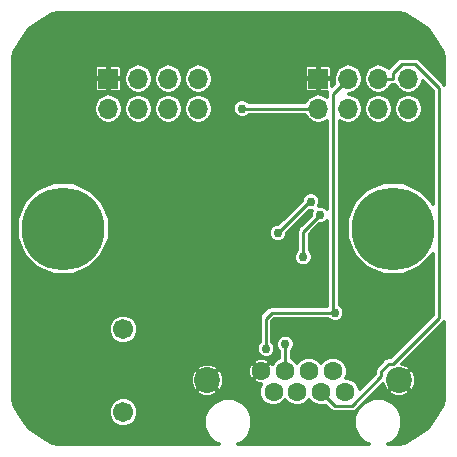
<source format=gbr>
G04 #@! TF.FileFunction,Copper,L2,Bot,Signal*
%FSLAX46Y46*%
G04 Gerber Fmt 4.6, Leading zero omitted, Abs format (unit mm)*
G04 Created by KiCad (PCBNEW 4.0.5) date 04/11/17 14:31:45*
%MOMM*%
%LPD*%
G01*
G04 APERTURE LIST*
%ADD10C,0.100000*%
%ADD11C,1.701800*%
%ADD12R,1.700000X1.700000*%
%ADD13O,1.700000X1.700000*%
%ADD14C,7.000000*%
%ADD15C,2.200000*%
%ADD16C,1.600000*%
%ADD17C,0.762000*%
%ADD18C,0.254000*%
%ADD19C,0.304800*%
G04 APERTURE END LIST*
D10*
D11*
X35560000Y-52984400D03*
X35560000Y-59994800D03*
D12*
X52070000Y-31750000D03*
D13*
X52070000Y-34290000D03*
X54610000Y-31750000D03*
X54610000Y-34290000D03*
X57150000Y-31750000D03*
X57150000Y-34290000D03*
X59690000Y-31750000D03*
X59690000Y-34290000D03*
D12*
X34290000Y-31750000D03*
D13*
X34290000Y-34290000D03*
X36830000Y-31750000D03*
X36830000Y-34290000D03*
X39370000Y-31750000D03*
X39370000Y-34290000D03*
X41910000Y-31750000D03*
X41910000Y-34290000D03*
D14*
X58420000Y-44450000D03*
X30480000Y-44450000D03*
D15*
X42670000Y-57280000D03*
X58930000Y-57280000D03*
D16*
X50300000Y-58300000D03*
X52330000Y-58300000D03*
X49270000Y-56520000D03*
X51300000Y-56520000D03*
X47240000Y-56520000D03*
X48270000Y-58300000D03*
X53330000Y-56520000D03*
X54360000Y-58300000D03*
D17*
X45593000Y-34290000D03*
X47625000Y-49530000D03*
X39497000Y-43053000D03*
X47935400Y-43231000D03*
X47625000Y-54610000D03*
X53467000Y-51562000D03*
X51435000Y-42164000D03*
X48641000Y-44831000D03*
X49276000Y-54229000D03*
X50800000Y-46863000D03*
X52197000Y-43307000D03*
D18*
X52070000Y-34290000D02*
X45593000Y-34290000D01*
X48133000Y-51562000D02*
X53467000Y-51562000D01*
X47625000Y-52070000D02*
X48133000Y-51562000D01*
X47625000Y-54610000D02*
X47625000Y-52070000D01*
X53340000Y-33020000D02*
X54610000Y-31750000D01*
X53340000Y-51435000D02*
X53340000Y-33020000D01*
X53467000Y-51562000D02*
X53340000Y-51435000D01*
X62303500Y-52052900D02*
X62247100Y-52052900D01*
X57150000Y-31750000D02*
X58381300Y-31750000D01*
X58381300Y-31750000D02*
X58381300Y-31288300D01*
X58381300Y-31288300D02*
X59162900Y-30506700D01*
X59162900Y-30506700D02*
X60227300Y-30506700D01*
X60227300Y-30506700D02*
X62303500Y-32582900D01*
X62303500Y-32582900D02*
X62303500Y-52052900D01*
X54875100Y-59481300D02*
X53511300Y-59481300D01*
X53511300Y-59481300D02*
X52330000Y-58300000D01*
X57404000Y-56952400D02*
X54875100Y-59481300D01*
X57404000Y-56515000D02*
X57404000Y-56952400D01*
X58039000Y-55880000D02*
X57404000Y-56515000D01*
X58420000Y-55880000D02*
X58039000Y-55880000D01*
X62247100Y-52052900D02*
X58420000Y-55880000D01*
X49270000Y-56520000D02*
X49270000Y-54235000D01*
X51308000Y-42164000D02*
X51435000Y-42164000D01*
X48641000Y-44831000D02*
X51308000Y-42164000D01*
X49270000Y-54235000D02*
X49276000Y-54229000D01*
X50800000Y-44704000D02*
X50800000Y-46863000D01*
X52197000Y-43307000D02*
X50800000Y-44704000D01*
D19*
G36*
X59412027Y-26288981D02*
X61329682Y-27570316D01*
X62611019Y-29487973D01*
X62712600Y-29998655D01*
X62712600Y-32253515D01*
X62680671Y-32205729D01*
X60604471Y-30129529D01*
X60431423Y-30013903D01*
X60227300Y-29973300D01*
X59162900Y-29973300D01*
X58958776Y-30013903D01*
X58785729Y-30129529D01*
X58054379Y-30860879D01*
X58038409Y-30836977D01*
X57630803Y-30564624D01*
X57150000Y-30468986D01*
X56669197Y-30564624D01*
X56261591Y-30836977D01*
X55989238Y-31244583D01*
X55893600Y-31725386D01*
X55893600Y-31774614D01*
X55989238Y-32255417D01*
X56261591Y-32663023D01*
X56669197Y-32935376D01*
X57094629Y-33020000D01*
X56669197Y-33104624D01*
X56261591Y-33376977D01*
X55989238Y-33784583D01*
X55893600Y-34265386D01*
X55893600Y-34314614D01*
X55989238Y-34795417D01*
X56261591Y-35203023D01*
X56669197Y-35475376D01*
X57150000Y-35571014D01*
X57630803Y-35475376D01*
X58038409Y-35203023D01*
X58310762Y-34795417D01*
X58406400Y-34314614D01*
X58406400Y-34265386D01*
X58310762Y-33784583D01*
X58038409Y-33376977D01*
X57630803Y-33104624D01*
X57205371Y-33020000D01*
X57630803Y-32935376D01*
X58038409Y-32663023D01*
X58292064Y-32283400D01*
X58381300Y-32283400D01*
X58528962Y-32254028D01*
X58529238Y-32255417D01*
X58801591Y-32663023D01*
X59209197Y-32935376D01*
X59634629Y-33020000D01*
X59209197Y-33104624D01*
X58801591Y-33376977D01*
X58529238Y-33784583D01*
X58433600Y-34265386D01*
X58433600Y-34314614D01*
X58529238Y-34795417D01*
X58801591Y-35203023D01*
X59209197Y-35475376D01*
X59690000Y-35571014D01*
X60170803Y-35475376D01*
X60578409Y-35203023D01*
X60850762Y-34795417D01*
X60946400Y-34314614D01*
X60946400Y-34265386D01*
X60850762Y-33784583D01*
X60578409Y-33376977D01*
X60170803Y-33104624D01*
X59745371Y-33020000D01*
X60170803Y-32935376D01*
X60578409Y-32663023D01*
X60850762Y-32255417D01*
X60912301Y-31946043D01*
X61770100Y-32803842D01*
X61770100Y-42328391D01*
X61733616Y-42240093D01*
X60635687Y-41140246D01*
X59200440Y-40544279D01*
X57646378Y-40542923D01*
X56210093Y-41136384D01*
X55110246Y-42234313D01*
X54514279Y-43669560D01*
X54512923Y-45223622D01*
X55106384Y-46659907D01*
X56204313Y-47759754D01*
X57639560Y-48355721D01*
X59193622Y-48357077D01*
X60629907Y-47763616D01*
X61729754Y-46665687D01*
X61770100Y-46568523D01*
X61770100Y-51775558D01*
X58199058Y-55346600D01*
X58039005Y-55346600D01*
X58039000Y-55346599D01*
X57834877Y-55387203D01*
X57661829Y-55502829D01*
X57661827Y-55502832D01*
X57026829Y-56137829D01*
X56911203Y-56310877D01*
X56870600Y-56515000D01*
X56870600Y-56731458D01*
X55559114Y-58042944D01*
X55383333Y-57617522D01*
X55044263Y-57277860D01*
X54601021Y-57093810D01*
X54398078Y-57093633D01*
X54536190Y-56761021D01*
X54536609Y-56281085D01*
X54353333Y-55837522D01*
X54014263Y-55497860D01*
X53571021Y-55313810D01*
X53091085Y-55313391D01*
X52647522Y-55496667D01*
X52314717Y-55828891D01*
X51984263Y-55497860D01*
X51541021Y-55313810D01*
X51061085Y-55313391D01*
X50617522Y-55496667D01*
X50284717Y-55828891D01*
X49954263Y-55497860D01*
X49803400Y-55435216D01*
X49803400Y-54815101D01*
X49943136Y-54675609D01*
X50063263Y-54386311D01*
X50063536Y-54073064D01*
X49943914Y-53783556D01*
X49722609Y-53561864D01*
X49433311Y-53441737D01*
X49120064Y-53441464D01*
X48830556Y-53561086D01*
X48608864Y-53782391D01*
X48488737Y-54071689D01*
X48488464Y-54384936D01*
X48608086Y-54674444D01*
X48736600Y-54803183D01*
X48736600Y-55435069D01*
X48587522Y-55496667D01*
X48247860Y-55835737D01*
X48200547Y-55949679D01*
X48179994Y-55899286D01*
X48173185Y-55889096D01*
X48009087Y-55804795D01*
X47293882Y-56520000D01*
X47308024Y-56534142D01*
X47254142Y-56588024D01*
X47240000Y-56573882D01*
X46524795Y-57289087D01*
X46609096Y-57453185D01*
X47014235Y-57623587D01*
X47244081Y-57624837D01*
X47063810Y-58058979D01*
X47063391Y-58538915D01*
X47246667Y-58982478D01*
X47585737Y-59322140D01*
X48028979Y-59506190D01*
X48508915Y-59506609D01*
X48952478Y-59323333D01*
X49285283Y-58991109D01*
X49615737Y-59322140D01*
X50058979Y-59506190D01*
X50538915Y-59506609D01*
X50982478Y-59323333D01*
X51315283Y-58991109D01*
X51645737Y-59322140D01*
X52088979Y-59506190D01*
X52568915Y-59506609D01*
X52719887Y-59444229D01*
X53134127Y-59858468D01*
X53134129Y-59858471D01*
X53237863Y-59927784D01*
X53307176Y-59974097D01*
X53511300Y-60014700D01*
X54875100Y-60014700D01*
X55079223Y-59974097D01*
X55252271Y-59858471D01*
X56845256Y-58265486D01*
X57998396Y-58265486D01*
X58119224Y-58460757D01*
X58632797Y-58681148D01*
X59191616Y-58688226D01*
X59710607Y-58480916D01*
X59740776Y-58460757D01*
X59861604Y-58265486D01*
X58930000Y-57333882D01*
X57998396Y-58265486D01*
X56845256Y-58265486D01*
X57535290Y-57575452D01*
X57729084Y-58060607D01*
X57749243Y-58090776D01*
X57944514Y-58211604D01*
X58876118Y-57280000D01*
X58983882Y-57280000D01*
X59915486Y-58211604D01*
X60110757Y-58090776D01*
X60331148Y-57577203D01*
X60338226Y-57018384D01*
X60130916Y-56499393D01*
X60110757Y-56469224D01*
X59915486Y-56348396D01*
X58983882Y-57280000D01*
X58876118Y-57280000D01*
X58861976Y-57265858D01*
X58915858Y-57211976D01*
X58930000Y-57226118D01*
X59861604Y-56294514D01*
X59740776Y-56099243D01*
X59227203Y-55878852D01*
X59176137Y-55878205D01*
X62510703Y-52543639D01*
X62680671Y-52430071D01*
X62712600Y-52382285D01*
X62712600Y-58901345D01*
X62611019Y-59412027D01*
X61329682Y-61329684D01*
X59412027Y-62611019D01*
X58901345Y-62712600D01*
X57937473Y-62712600D01*
X58299192Y-62563141D01*
X58871133Y-61992198D01*
X59181046Y-61245843D01*
X59181751Y-60437702D01*
X58873141Y-59690808D01*
X58302198Y-59118867D01*
X57555843Y-58808954D01*
X56747702Y-58808249D01*
X56000808Y-59116859D01*
X55428867Y-59687802D01*
X55118954Y-60434157D01*
X55118249Y-61242298D01*
X55426859Y-61989192D01*
X55997802Y-62561133D01*
X56362576Y-62712600D01*
X45237473Y-62712600D01*
X45599192Y-62563141D01*
X46171133Y-61992198D01*
X46481046Y-61245843D01*
X46481751Y-60437702D01*
X46173141Y-59690808D01*
X45602198Y-59118867D01*
X44855843Y-58808954D01*
X44047702Y-58808249D01*
X43300808Y-59116859D01*
X42728867Y-59687802D01*
X42418954Y-60434157D01*
X42418249Y-61242298D01*
X42726859Y-61989192D01*
X43297802Y-62561133D01*
X43662576Y-62712600D01*
X29998655Y-62712600D01*
X29487973Y-62611019D01*
X27570316Y-61329682D01*
X26844751Y-60243795D01*
X34302482Y-60243795D01*
X34493491Y-60706073D01*
X34846867Y-61060066D01*
X35308810Y-61251881D01*
X35808995Y-61252318D01*
X36271273Y-61061309D01*
X36625266Y-60707933D01*
X36817081Y-60245990D01*
X36817518Y-59745805D01*
X36626509Y-59283527D01*
X36273133Y-58929534D01*
X35811190Y-58737719D01*
X35311005Y-58737282D01*
X34848727Y-58928291D01*
X34494734Y-59281667D01*
X34302919Y-59743610D01*
X34302482Y-60243795D01*
X26844751Y-60243795D01*
X26288981Y-59412027D01*
X26187400Y-58901345D01*
X26187400Y-58265486D01*
X41738396Y-58265486D01*
X41859224Y-58460757D01*
X42372797Y-58681148D01*
X42931616Y-58688226D01*
X43450607Y-58480916D01*
X43480776Y-58460757D01*
X43601604Y-58265486D01*
X42670000Y-57333882D01*
X41738396Y-58265486D01*
X26187400Y-58265486D01*
X26187400Y-57541616D01*
X41261774Y-57541616D01*
X41469084Y-58060607D01*
X41489243Y-58090776D01*
X41684514Y-58211604D01*
X42616118Y-57280000D01*
X42723882Y-57280000D01*
X43655486Y-58211604D01*
X43850757Y-58090776D01*
X44071148Y-57577203D01*
X44078226Y-57018384D01*
X43964528Y-56733745D01*
X46134022Y-56733745D01*
X46300006Y-57140714D01*
X46306815Y-57150904D01*
X46470913Y-57235205D01*
X47186118Y-56520000D01*
X46470913Y-55804795D01*
X46306815Y-55889096D01*
X46136413Y-56294235D01*
X46134022Y-56733745D01*
X43964528Y-56733745D01*
X43870916Y-56499393D01*
X43850757Y-56469224D01*
X43655486Y-56348396D01*
X42723882Y-57280000D01*
X42616118Y-57280000D01*
X41684514Y-56348396D01*
X41489243Y-56469224D01*
X41268852Y-56982797D01*
X41261774Y-57541616D01*
X26187400Y-57541616D01*
X26187400Y-56294514D01*
X41738396Y-56294514D01*
X42670000Y-57226118D01*
X43601604Y-56294514D01*
X43480776Y-56099243D01*
X42967203Y-55878852D01*
X42408384Y-55871774D01*
X41889393Y-56079084D01*
X41859224Y-56099243D01*
X41738396Y-56294514D01*
X26187400Y-56294514D01*
X26187400Y-55750913D01*
X46524795Y-55750913D01*
X47240000Y-56466118D01*
X47955205Y-55750913D01*
X47870904Y-55586815D01*
X47465765Y-55416413D01*
X47026255Y-55414022D01*
X46619286Y-55580006D01*
X46609096Y-55586815D01*
X46524795Y-55750913D01*
X26187400Y-55750913D01*
X26187400Y-53233395D01*
X34302482Y-53233395D01*
X34493491Y-53695673D01*
X34846867Y-54049666D01*
X35308810Y-54241481D01*
X35808995Y-54241918D01*
X36271273Y-54050909D01*
X36625266Y-53697533D01*
X36817081Y-53235590D01*
X36817518Y-52735405D01*
X36626509Y-52273127D01*
X36273133Y-51919134D01*
X35811190Y-51727319D01*
X35311005Y-51726882D01*
X34848727Y-51917891D01*
X34494734Y-52271267D01*
X34302919Y-52733210D01*
X34302482Y-53233395D01*
X26187400Y-53233395D01*
X26187400Y-45223622D01*
X26572923Y-45223622D01*
X27166384Y-46659907D01*
X28264313Y-47759754D01*
X29699560Y-48355721D01*
X31253622Y-48357077D01*
X32689907Y-47763616D01*
X33789754Y-46665687D01*
X34385721Y-45230440D01*
X34387077Y-43676378D01*
X33793616Y-42240093D01*
X32695687Y-41140246D01*
X31260440Y-40544279D01*
X29706378Y-40542923D01*
X28270093Y-41136384D01*
X27170246Y-42234313D01*
X26574279Y-43669560D01*
X26572923Y-45223622D01*
X26187400Y-45223622D01*
X26187400Y-34265386D01*
X33033600Y-34265386D01*
X33033600Y-34314614D01*
X33129238Y-34795417D01*
X33401591Y-35203023D01*
X33809197Y-35475376D01*
X34290000Y-35571014D01*
X34770803Y-35475376D01*
X35178409Y-35203023D01*
X35450762Y-34795417D01*
X35546400Y-34314614D01*
X35546400Y-34265386D01*
X35450762Y-33784583D01*
X35178409Y-33376977D01*
X34770803Y-33104624D01*
X34290000Y-33008986D01*
X33809197Y-33104624D01*
X33401591Y-33376977D01*
X33129238Y-33784583D01*
X33033600Y-34265386D01*
X26187400Y-34265386D01*
X26187400Y-31864300D01*
X33135200Y-31864300D01*
X33135200Y-32660628D01*
X33181603Y-32772655D01*
X33267344Y-32858397D01*
X33379371Y-32904800D01*
X34175700Y-32904800D01*
X34251900Y-32828600D01*
X34251900Y-31788100D01*
X34328100Y-31788100D01*
X34328100Y-32828600D01*
X34404300Y-32904800D01*
X35200629Y-32904800D01*
X35312656Y-32858397D01*
X35398397Y-32772655D01*
X35444800Y-32660628D01*
X35444800Y-31864300D01*
X35368600Y-31788100D01*
X34328100Y-31788100D01*
X34251900Y-31788100D01*
X33211400Y-31788100D01*
X33135200Y-31864300D01*
X26187400Y-31864300D01*
X26187400Y-31725386D01*
X35573600Y-31725386D01*
X35573600Y-31774614D01*
X35669238Y-32255417D01*
X35941591Y-32663023D01*
X36349197Y-32935376D01*
X36774629Y-33020000D01*
X36349197Y-33104624D01*
X35941591Y-33376977D01*
X35669238Y-33784583D01*
X35573600Y-34265386D01*
X35573600Y-34314614D01*
X35669238Y-34795417D01*
X35941591Y-35203023D01*
X36349197Y-35475376D01*
X36830000Y-35571014D01*
X37310803Y-35475376D01*
X37718409Y-35203023D01*
X37990762Y-34795417D01*
X38086400Y-34314614D01*
X38086400Y-34265386D01*
X37990762Y-33784583D01*
X37718409Y-33376977D01*
X37310803Y-33104624D01*
X36885371Y-33020000D01*
X37310803Y-32935376D01*
X37718409Y-32663023D01*
X37990762Y-32255417D01*
X38086400Y-31774614D01*
X38086400Y-31725386D01*
X38113600Y-31725386D01*
X38113600Y-31774614D01*
X38209238Y-32255417D01*
X38481591Y-32663023D01*
X38889197Y-32935376D01*
X39314629Y-33020000D01*
X38889197Y-33104624D01*
X38481591Y-33376977D01*
X38209238Y-33784583D01*
X38113600Y-34265386D01*
X38113600Y-34314614D01*
X38209238Y-34795417D01*
X38481591Y-35203023D01*
X38889197Y-35475376D01*
X39370000Y-35571014D01*
X39850803Y-35475376D01*
X40258409Y-35203023D01*
X40530762Y-34795417D01*
X40626400Y-34314614D01*
X40626400Y-34265386D01*
X40530762Y-33784583D01*
X40258409Y-33376977D01*
X39850803Y-33104624D01*
X39425371Y-33020000D01*
X39850803Y-32935376D01*
X40258409Y-32663023D01*
X40530762Y-32255417D01*
X40626400Y-31774614D01*
X40626400Y-31725386D01*
X40653600Y-31725386D01*
X40653600Y-31774614D01*
X40749238Y-32255417D01*
X41021591Y-32663023D01*
X41429197Y-32935376D01*
X41854629Y-33020000D01*
X41429197Y-33104624D01*
X41021591Y-33376977D01*
X40749238Y-33784583D01*
X40653600Y-34265386D01*
X40653600Y-34314614D01*
X40749238Y-34795417D01*
X41021591Y-35203023D01*
X41429197Y-35475376D01*
X41910000Y-35571014D01*
X42390803Y-35475376D01*
X42798409Y-35203023D01*
X43070762Y-34795417D01*
X43140278Y-34445936D01*
X44805464Y-34445936D01*
X44925086Y-34735444D01*
X45146391Y-34957136D01*
X45435689Y-35077263D01*
X45748936Y-35077536D01*
X46038444Y-34957914D01*
X46173193Y-34823400D01*
X50927936Y-34823400D01*
X51181591Y-35203023D01*
X51589197Y-35475376D01*
X52070000Y-35571014D01*
X52550803Y-35475376D01*
X52806600Y-35304458D01*
X52806600Y-42803140D01*
X52643609Y-42639864D01*
X52354311Y-42519737D01*
X52139947Y-42519550D01*
X52222263Y-42321311D01*
X52222536Y-42008064D01*
X52102914Y-41718556D01*
X51881609Y-41496864D01*
X51592311Y-41376737D01*
X51279064Y-41376464D01*
X50989556Y-41496086D01*
X50767864Y-41717391D01*
X50647737Y-42006689D01*
X50647682Y-42069977D01*
X48674029Y-44043629D01*
X48485064Y-44043464D01*
X48195556Y-44163086D01*
X47973864Y-44384391D01*
X47853737Y-44673689D01*
X47853464Y-44986936D01*
X47973086Y-45276444D01*
X48194391Y-45498136D01*
X48483689Y-45618263D01*
X48796936Y-45618536D01*
X49086444Y-45498914D01*
X49308136Y-45277609D01*
X49428263Y-44988311D01*
X49428429Y-44797913D01*
X51275844Y-42950497D01*
X51277689Y-42951263D01*
X51492053Y-42951450D01*
X51409737Y-43149689D01*
X51409571Y-43340087D01*
X50422829Y-44326829D01*
X50307203Y-44499877D01*
X50266600Y-44704000D01*
X50266600Y-46282888D01*
X50132864Y-46416391D01*
X50012737Y-46705689D01*
X50012464Y-47018936D01*
X50132086Y-47308444D01*
X50353391Y-47530136D01*
X50642689Y-47650263D01*
X50955936Y-47650536D01*
X51245444Y-47530914D01*
X51467136Y-47309609D01*
X51587263Y-47020311D01*
X51587536Y-46707064D01*
X51467914Y-46417556D01*
X51333400Y-46282807D01*
X51333400Y-44924942D01*
X52163971Y-44094371D01*
X52352936Y-44094536D01*
X52642444Y-43974914D01*
X52806600Y-43811045D01*
X52806600Y-51028600D01*
X48133000Y-51028600D01*
X47928876Y-51069203D01*
X47859751Y-51115391D01*
X47755829Y-51184829D01*
X47755827Y-51184832D01*
X47247829Y-51692829D01*
X47132203Y-51865877D01*
X47091600Y-52070000D01*
X47091600Y-54029888D01*
X46957864Y-54163391D01*
X46837737Y-54452689D01*
X46837464Y-54765936D01*
X46957086Y-55055444D01*
X47178391Y-55277136D01*
X47467689Y-55397263D01*
X47780936Y-55397536D01*
X48070444Y-55277914D01*
X48292136Y-55056609D01*
X48412263Y-54767311D01*
X48412536Y-54454064D01*
X48292914Y-54164556D01*
X48158400Y-54029807D01*
X48158400Y-52290942D01*
X48353941Y-52095400D01*
X52886888Y-52095400D01*
X53020391Y-52229136D01*
X53309689Y-52349263D01*
X53622936Y-52349536D01*
X53912444Y-52229914D01*
X54134136Y-52008609D01*
X54254263Y-51719311D01*
X54254536Y-51406064D01*
X54134914Y-51116556D01*
X53913609Y-50894864D01*
X53873400Y-50878168D01*
X53873400Y-35304458D01*
X54129197Y-35475376D01*
X54610000Y-35571014D01*
X55090803Y-35475376D01*
X55498409Y-35203023D01*
X55770762Y-34795417D01*
X55866400Y-34314614D01*
X55866400Y-34265386D01*
X55770762Y-33784583D01*
X55498409Y-33376977D01*
X55090803Y-33104624D01*
X54665371Y-33020000D01*
X55090803Y-32935376D01*
X55498409Y-32663023D01*
X55770762Y-32255417D01*
X55866400Y-31774614D01*
X55866400Y-31725386D01*
X55770762Y-31244583D01*
X55498409Y-30836977D01*
X55090803Y-30564624D01*
X54610000Y-30468986D01*
X54129197Y-30564624D01*
X53721591Y-30836977D01*
X53449238Y-31244583D01*
X53353600Y-31725386D01*
X53353600Y-31774614D01*
X53432813Y-32172845D01*
X53224800Y-32380858D01*
X53224800Y-31864300D01*
X53148600Y-31788100D01*
X52108100Y-31788100D01*
X52108100Y-32828600D01*
X52184300Y-32904800D01*
X52829515Y-32904800D01*
X52806600Y-33020000D01*
X52806600Y-33275542D01*
X52550803Y-33104624D01*
X52070000Y-33008986D01*
X51589197Y-33104624D01*
X51181591Y-33376977D01*
X50927936Y-33756600D01*
X46173112Y-33756600D01*
X46039609Y-33622864D01*
X45750311Y-33502737D01*
X45437064Y-33502464D01*
X45147556Y-33622086D01*
X44925864Y-33843391D01*
X44805737Y-34132689D01*
X44805464Y-34445936D01*
X43140278Y-34445936D01*
X43166400Y-34314614D01*
X43166400Y-34265386D01*
X43070762Y-33784583D01*
X42798409Y-33376977D01*
X42390803Y-33104624D01*
X41965371Y-33020000D01*
X42390803Y-32935376D01*
X42798409Y-32663023D01*
X43070762Y-32255417D01*
X43148560Y-31864300D01*
X50915200Y-31864300D01*
X50915200Y-32660628D01*
X50961603Y-32772655D01*
X51047344Y-32858397D01*
X51159371Y-32904800D01*
X51955700Y-32904800D01*
X52031900Y-32828600D01*
X52031900Y-31788100D01*
X50991400Y-31788100D01*
X50915200Y-31864300D01*
X43148560Y-31864300D01*
X43166400Y-31774614D01*
X43166400Y-31725386D01*
X43070762Y-31244583D01*
X42800010Y-30839372D01*
X50915200Y-30839372D01*
X50915200Y-31635700D01*
X50991400Y-31711900D01*
X52031900Y-31711900D01*
X52031900Y-30671400D01*
X52108100Y-30671400D01*
X52108100Y-31711900D01*
X53148600Y-31711900D01*
X53224800Y-31635700D01*
X53224800Y-30839372D01*
X53178397Y-30727345D01*
X53092656Y-30641603D01*
X52980629Y-30595200D01*
X52184300Y-30595200D01*
X52108100Y-30671400D01*
X52031900Y-30671400D01*
X51955700Y-30595200D01*
X51159371Y-30595200D01*
X51047344Y-30641603D01*
X50961603Y-30727345D01*
X50915200Y-30839372D01*
X42800010Y-30839372D01*
X42798409Y-30836977D01*
X42390803Y-30564624D01*
X41910000Y-30468986D01*
X41429197Y-30564624D01*
X41021591Y-30836977D01*
X40749238Y-31244583D01*
X40653600Y-31725386D01*
X40626400Y-31725386D01*
X40530762Y-31244583D01*
X40258409Y-30836977D01*
X39850803Y-30564624D01*
X39370000Y-30468986D01*
X38889197Y-30564624D01*
X38481591Y-30836977D01*
X38209238Y-31244583D01*
X38113600Y-31725386D01*
X38086400Y-31725386D01*
X37990762Y-31244583D01*
X37718409Y-30836977D01*
X37310803Y-30564624D01*
X36830000Y-30468986D01*
X36349197Y-30564624D01*
X35941591Y-30836977D01*
X35669238Y-31244583D01*
X35573600Y-31725386D01*
X26187400Y-31725386D01*
X26187400Y-30839372D01*
X33135200Y-30839372D01*
X33135200Y-31635700D01*
X33211400Y-31711900D01*
X34251900Y-31711900D01*
X34251900Y-30671400D01*
X34328100Y-30671400D01*
X34328100Y-31711900D01*
X35368600Y-31711900D01*
X35444800Y-31635700D01*
X35444800Y-30839372D01*
X35398397Y-30727345D01*
X35312656Y-30641603D01*
X35200629Y-30595200D01*
X34404300Y-30595200D01*
X34328100Y-30671400D01*
X34251900Y-30671400D01*
X34175700Y-30595200D01*
X33379371Y-30595200D01*
X33267344Y-30641603D01*
X33181603Y-30727345D01*
X33135200Y-30839372D01*
X26187400Y-30839372D01*
X26187400Y-29998655D01*
X26288981Y-29487973D01*
X27570316Y-27570318D01*
X29487973Y-26288981D01*
X29998655Y-26187400D01*
X58901345Y-26187400D01*
X59412027Y-26288981D01*
X59412027Y-26288981D01*
G37*
X59412027Y-26288981D02*
X61329682Y-27570316D01*
X62611019Y-29487973D01*
X62712600Y-29998655D01*
X62712600Y-32253515D01*
X62680671Y-32205729D01*
X60604471Y-30129529D01*
X60431423Y-30013903D01*
X60227300Y-29973300D01*
X59162900Y-29973300D01*
X58958776Y-30013903D01*
X58785729Y-30129529D01*
X58054379Y-30860879D01*
X58038409Y-30836977D01*
X57630803Y-30564624D01*
X57150000Y-30468986D01*
X56669197Y-30564624D01*
X56261591Y-30836977D01*
X55989238Y-31244583D01*
X55893600Y-31725386D01*
X55893600Y-31774614D01*
X55989238Y-32255417D01*
X56261591Y-32663023D01*
X56669197Y-32935376D01*
X57094629Y-33020000D01*
X56669197Y-33104624D01*
X56261591Y-33376977D01*
X55989238Y-33784583D01*
X55893600Y-34265386D01*
X55893600Y-34314614D01*
X55989238Y-34795417D01*
X56261591Y-35203023D01*
X56669197Y-35475376D01*
X57150000Y-35571014D01*
X57630803Y-35475376D01*
X58038409Y-35203023D01*
X58310762Y-34795417D01*
X58406400Y-34314614D01*
X58406400Y-34265386D01*
X58310762Y-33784583D01*
X58038409Y-33376977D01*
X57630803Y-33104624D01*
X57205371Y-33020000D01*
X57630803Y-32935376D01*
X58038409Y-32663023D01*
X58292064Y-32283400D01*
X58381300Y-32283400D01*
X58528962Y-32254028D01*
X58529238Y-32255417D01*
X58801591Y-32663023D01*
X59209197Y-32935376D01*
X59634629Y-33020000D01*
X59209197Y-33104624D01*
X58801591Y-33376977D01*
X58529238Y-33784583D01*
X58433600Y-34265386D01*
X58433600Y-34314614D01*
X58529238Y-34795417D01*
X58801591Y-35203023D01*
X59209197Y-35475376D01*
X59690000Y-35571014D01*
X60170803Y-35475376D01*
X60578409Y-35203023D01*
X60850762Y-34795417D01*
X60946400Y-34314614D01*
X60946400Y-34265386D01*
X60850762Y-33784583D01*
X60578409Y-33376977D01*
X60170803Y-33104624D01*
X59745371Y-33020000D01*
X60170803Y-32935376D01*
X60578409Y-32663023D01*
X60850762Y-32255417D01*
X60912301Y-31946043D01*
X61770100Y-32803842D01*
X61770100Y-42328391D01*
X61733616Y-42240093D01*
X60635687Y-41140246D01*
X59200440Y-40544279D01*
X57646378Y-40542923D01*
X56210093Y-41136384D01*
X55110246Y-42234313D01*
X54514279Y-43669560D01*
X54512923Y-45223622D01*
X55106384Y-46659907D01*
X56204313Y-47759754D01*
X57639560Y-48355721D01*
X59193622Y-48357077D01*
X60629907Y-47763616D01*
X61729754Y-46665687D01*
X61770100Y-46568523D01*
X61770100Y-51775558D01*
X58199058Y-55346600D01*
X58039005Y-55346600D01*
X58039000Y-55346599D01*
X57834877Y-55387203D01*
X57661829Y-55502829D01*
X57661827Y-55502832D01*
X57026829Y-56137829D01*
X56911203Y-56310877D01*
X56870600Y-56515000D01*
X56870600Y-56731458D01*
X55559114Y-58042944D01*
X55383333Y-57617522D01*
X55044263Y-57277860D01*
X54601021Y-57093810D01*
X54398078Y-57093633D01*
X54536190Y-56761021D01*
X54536609Y-56281085D01*
X54353333Y-55837522D01*
X54014263Y-55497860D01*
X53571021Y-55313810D01*
X53091085Y-55313391D01*
X52647522Y-55496667D01*
X52314717Y-55828891D01*
X51984263Y-55497860D01*
X51541021Y-55313810D01*
X51061085Y-55313391D01*
X50617522Y-55496667D01*
X50284717Y-55828891D01*
X49954263Y-55497860D01*
X49803400Y-55435216D01*
X49803400Y-54815101D01*
X49943136Y-54675609D01*
X50063263Y-54386311D01*
X50063536Y-54073064D01*
X49943914Y-53783556D01*
X49722609Y-53561864D01*
X49433311Y-53441737D01*
X49120064Y-53441464D01*
X48830556Y-53561086D01*
X48608864Y-53782391D01*
X48488737Y-54071689D01*
X48488464Y-54384936D01*
X48608086Y-54674444D01*
X48736600Y-54803183D01*
X48736600Y-55435069D01*
X48587522Y-55496667D01*
X48247860Y-55835737D01*
X48200547Y-55949679D01*
X48179994Y-55899286D01*
X48173185Y-55889096D01*
X48009087Y-55804795D01*
X47293882Y-56520000D01*
X47308024Y-56534142D01*
X47254142Y-56588024D01*
X47240000Y-56573882D01*
X46524795Y-57289087D01*
X46609096Y-57453185D01*
X47014235Y-57623587D01*
X47244081Y-57624837D01*
X47063810Y-58058979D01*
X47063391Y-58538915D01*
X47246667Y-58982478D01*
X47585737Y-59322140D01*
X48028979Y-59506190D01*
X48508915Y-59506609D01*
X48952478Y-59323333D01*
X49285283Y-58991109D01*
X49615737Y-59322140D01*
X50058979Y-59506190D01*
X50538915Y-59506609D01*
X50982478Y-59323333D01*
X51315283Y-58991109D01*
X51645737Y-59322140D01*
X52088979Y-59506190D01*
X52568915Y-59506609D01*
X52719887Y-59444229D01*
X53134127Y-59858468D01*
X53134129Y-59858471D01*
X53237863Y-59927784D01*
X53307176Y-59974097D01*
X53511300Y-60014700D01*
X54875100Y-60014700D01*
X55079223Y-59974097D01*
X55252271Y-59858471D01*
X56845256Y-58265486D01*
X57998396Y-58265486D01*
X58119224Y-58460757D01*
X58632797Y-58681148D01*
X59191616Y-58688226D01*
X59710607Y-58480916D01*
X59740776Y-58460757D01*
X59861604Y-58265486D01*
X58930000Y-57333882D01*
X57998396Y-58265486D01*
X56845256Y-58265486D01*
X57535290Y-57575452D01*
X57729084Y-58060607D01*
X57749243Y-58090776D01*
X57944514Y-58211604D01*
X58876118Y-57280000D01*
X58983882Y-57280000D01*
X59915486Y-58211604D01*
X60110757Y-58090776D01*
X60331148Y-57577203D01*
X60338226Y-57018384D01*
X60130916Y-56499393D01*
X60110757Y-56469224D01*
X59915486Y-56348396D01*
X58983882Y-57280000D01*
X58876118Y-57280000D01*
X58861976Y-57265858D01*
X58915858Y-57211976D01*
X58930000Y-57226118D01*
X59861604Y-56294514D01*
X59740776Y-56099243D01*
X59227203Y-55878852D01*
X59176137Y-55878205D01*
X62510703Y-52543639D01*
X62680671Y-52430071D01*
X62712600Y-52382285D01*
X62712600Y-58901345D01*
X62611019Y-59412027D01*
X61329682Y-61329684D01*
X59412027Y-62611019D01*
X58901345Y-62712600D01*
X57937473Y-62712600D01*
X58299192Y-62563141D01*
X58871133Y-61992198D01*
X59181046Y-61245843D01*
X59181751Y-60437702D01*
X58873141Y-59690808D01*
X58302198Y-59118867D01*
X57555843Y-58808954D01*
X56747702Y-58808249D01*
X56000808Y-59116859D01*
X55428867Y-59687802D01*
X55118954Y-60434157D01*
X55118249Y-61242298D01*
X55426859Y-61989192D01*
X55997802Y-62561133D01*
X56362576Y-62712600D01*
X45237473Y-62712600D01*
X45599192Y-62563141D01*
X46171133Y-61992198D01*
X46481046Y-61245843D01*
X46481751Y-60437702D01*
X46173141Y-59690808D01*
X45602198Y-59118867D01*
X44855843Y-58808954D01*
X44047702Y-58808249D01*
X43300808Y-59116859D01*
X42728867Y-59687802D01*
X42418954Y-60434157D01*
X42418249Y-61242298D01*
X42726859Y-61989192D01*
X43297802Y-62561133D01*
X43662576Y-62712600D01*
X29998655Y-62712600D01*
X29487973Y-62611019D01*
X27570316Y-61329682D01*
X26844751Y-60243795D01*
X34302482Y-60243795D01*
X34493491Y-60706073D01*
X34846867Y-61060066D01*
X35308810Y-61251881D01*
X35808995Y-61252318D01*
X36271273Y-61061309D01*
X36625266Y-60707933D01*
X36817081Y-60245990D01*
X36817518Y-59745805D01*
X36626509Y-59283527D01*
X36273133Y-58929534D01*
X35811190Y-58737719D01*
X35311005Y-58737282D01*
X34848727Y-58928291D01*
X34494734Y-59281667D01*
X34302919Y-59743610D01*
X34302482Y-60243795D01*
X26844751Y-60243795D01*
X26288981Y-59412027D01*
X26187400Y-58901345D01*
X26187400Y-58265486D01*
X41738396Y-58265486D01*
X41859224Y-58460757D01*
X42372797Y-58681148D01*
X42931616Y-58688226D01*
X43450607Y-58480916D01*
X43480776Y-58460757D01*
X43601604Y-58265486D01*
X42670000Y-57333882D01*
X41738396Y-58265486D01*
X26187400Y-58265486D01*
X26187400Y-57541616D01*
X41261774Y-57541616D01*
X41469084Y-58060607D01*
X41489243Y-58090776D01*
X41684514Y-58211604D01*
X42616118Y-57280000D01*
X42723882Y-57280000D01*
X43655486Y-58211604D01*
X43850757Y-58090776D01*
X44071148Y-57577203D01*
X44078226Y-57018384D01*
X43964528Y-56733745D01*
X46134022Y-56733745D01*
X46300006Y-57140714D01*
X46306815Y-57150904D01*
X46470913Y-57235205D01*
X47186118Y-56520000D01*
X46470913Y-55804795D01*
X46306815Y-55889096D01*
X46136413Y-56294235D01*
X46134022Y-56733745D01*
X43964528Y-56733745D01*
X43870916Y-56499393D01*
X43850757Y-56469224D01*
X43655486Y-56348396D01*
X42723882Y-57280000D01*
X42616118Y-57280000D01*
X41684514Y-56348396D01*
X41489243Y-56469224D01*
X41268852Y-56982797D01*
X41261774Y-57541616D01*
X26187400Y-57541616D01*
X26187400Y-56294514D01*
X41738396Y-56294514D01*
X42670000Y-57226118D01*
X43601604Y-56294514D01*
X43480776Y-56099243D01*
X42967203Y-55878852D01*
X42408384Y-55871774D01*
X41889393Y-56079084D01*
X41859224Y-56099243D01*
X41738396Y-56294514D01*
X26187400Y-56294514D01*
X26187400Y-55750913D01*
X46524795Y-55750913D01*
X47240000Y-56466118D01*
X47955205Y-55750913D01*
X47870904Y-55586815D01*
X47465765Y-55416413D01*
X47026255Y-55414022D01*
X46619286Y-55580006D01*
X46609096Y-55586815D01*
X46524795Y-55750913D01*
X26187400Y-55750913D01*
X26187400Y-53233395D01*
X34302482Y-53233395D01*
X34493491Y-53695673D01*
X34846867Y-54049666D01*
X35308810Y-54241481D01*
X35808995Y-54241918D01*
X36271273Y-54050909D01*
X36625266Y-53697533D01*
X36817081Y-53235590D01*
X36817518Y-52735405D01*
X36626509Y-52273127D01*
X36273133Y-51919134D01*
X35811190Y-51727319D01*
X35311005Y-51726882D01*
X34848727Y-51917891D01*
X34494734Y-52271267D01*
X34302919Y-52733210D01*
X34302482Y-53233395D01*
X26187400Y-53233395D01*
X26187400Y-45223622D01*
X26572923Y-45223622D01*
X27166384Y-46659907D01*
X28264313Y-47759754D01*
X29699560Y-48355721D01*
X31253622Y-48357077D01*
X32689907Y-47763616D01*
X33789754Y-46665687D01*
X34385721Y-45230440D01*
X34387077Y-43676378D01*
X33793616Y-42240093D01*
X32695687Y-41140246D01*
X31260440Y-40544279D01*
X29706378Y-40542923D01*
X28270093Y-41136384D01*
X27170246Y-42234313D01*
X26574279Y-43669560D01*
X26572923Y-45223622D01*
X26187400Y-45223622D01*
X26187400Y-34265386D01*
X33033600Y-34265386D01*
X33033600Y-34314614D01*
X33129238Y-34795417D01*
X33401591Y-35203023D01*
X33809197Y-35475376D01*
X34290000Y-35571014D01*
X34770803Y-35475376D01*
X35178409Y-35203023D01*
X35450762Y-34795417D01*
X35546400Y-34314614D01*
X35546400Y-34265386D01*
X35450762Y-33784583D01*
X35178409Y-33376977D01*
X34770803Y-33104624D01*
X34290000Y-33008986D01*
X33809197Y-33104624D01*
X33401591Y-33376977D01*
X33129238Y-33784583D01*
X33033600Y-34265386D01*
X26187400Y-34265386D01*
X26187400Y-31864300D01*
X33135200Y-31864300D01*
X33135200Y-32660628D01*
X33181603Y-32772655D01*
X33267344Y-32858397D01*
X33379371Y-32904800D01*
X34175700Y-32904800D01*
X34251900Y-32828600D01*
X34251900Y-31788100D01*
X34328100Y-31788100D01*
X34328100Y-32828600D01*
X34404300Y-32904800D01*
X35200629Y-32904800D01*
X35312656Y-32858397D01*
X35398397Y-32772655D01*
X35444800Y-32660628D01*
X35444800Y-31864300D01*
X35368600Y-31788100D01*
X34328100Y-31788100D01*
X34251900Y-31788100D01*
X33211400Y-31788100D01*
X33135200Y-31864300D01*
X26187400Y-31864300D01*
X26187400Y-31725386D01*
X35573600Y-31725386D01*
X35573600Y-31774614D01*
X35669238Y-32255417D01*
X35941591Y-32663023D01*
X36349197Y-32935376D01*
X36774629Y-33020000D01*
X36349197Y-33104624D01*
X35941591Y-33376977D01*
X35669238Y-33784583D01*
X35573600Y-34265386D01*
X35573600Y-34314614D01*
X35669238Y-34795417D01*
X35941591Y-35203023D01*
X36349197Y-35475376D01*
X36830000Y-35571014D01*
X37310803Y-35475376D01*
X37718409Y-35203023D01*
X37990762Y-34795417D01*
X38086400Y-34314614D01*
X38086400Y-34265386D01*
X37990762Y-33784583D01*
X37718409Y-33376977D01*
X37310803Y-33104624D01*
X36885371Y-33020000D01*
X37310803Y-32935376D01*
X37718409Y-32663023D01*
X37990762Y-32255417D01*
X38086400Y-31774614D01*
X38086400Y-31725386D01*
X38113600Y-31725386D01*
X38113600Y-31774614D01*
X38209238Y-32255417D01*
X38481591Y-32663023D01*
X38889197Y-32935376D01*
X39314629Y-33020000D01*
X38889197Y-33104624D01*
X38481591Y-33376977D01*
X38209238Y-33784583D01*
X38113600Y-34265386D01*
X38113600Y-34314614D01*
X38209238Y-34795417D01*
X38481591Y-35203023D01*
X38889197Y-35475376D01*
X39370000Y-35571014D01*
X39850803Y-35475376D01*
X40258409Y-35203023D01*
X40530762Y-34795417D01*
X40626400Y-34314614D01*
X40626400Y-34265386D01*
X40530762Y-33784583D01*
X40258409Y-33376977D01*
X39850803Y-33104624D01*
X39425371Y-33020000D01*
X39850803Y-32935376D01*
X40258409Y-32663023D01*
X40530762Y-32255417D01*
X40626400Y-31774614D01*
X40626400Y-31725386D01*
X40653600Y-31725386D01*
X40653600Y-31774614D01*
X40749238Y-32255417D01*
X41021591Y-32663023D01*
X41429197Y-32935376D01*
X41854629Y-33020000D01*
X41429197Y-33104624D01*
X41021591Y-33376977D01*
X40749238Y-33784583D01*
X40653600Y-34265386D01*
X40653600Y-34314614D01*
X40749238Y-34795417D01*
X41021591Y-35203023D01*
X41429197Y-35475376D01*
X41910000Y-35571014D01*
X42390803Y-35475376D01*
X42798409Y-35203023D01*
X43070762Y-34795417D01*
X43140278Y-34445936D01*
X44805464Y-34445936D01*
X44925086Y-34735444D01*
X45146391Y-34957136D01*
X45435689Y-35077263D01*
X45748936Y-35077536D01*
X46038444Y-34957914D01*
X46173193Y-34823400D01*
X50927936Y-34823400D01*
X51181591Y-35203023D01*
X51589197Y-35475376D01*
X52070000Y-35571014D01*
X52550803Y-35475376D01*
X52806600Y-35304458D01*
X52806600Y-42803140D01*
X52643609Y-42639864D01*
X52354311Y-42519737D01*
X52139947Y-42519550D01*
X52222263Y-42321311D01*
X52222536Y-42008064D01*
X52102914Y-41718556D01*
X51881609Y-41496864D01*
X51592311Y-41376737D01*
X51279064Y-41376464D01*
X50989556Y-41496086D01*
X50767864Y-41717391D01*
X50647737Y-42006689D01*
X50647682Y-42069977D01*
X48674029Y-44043629D01*
X48485064Y-44043464D01*
X48195556Y-44163086D01*
X47973864Y-44384391D01*
X47853737Y-44673689D01*
X47853464Y-44986936D01*
X47973086Y-45276444D01*
X48194391Y-45498136D01*
X48483689Y-45618263D01*
X48796936Y-45618536D01*
X49086444Y-45498914D01*
X49308136Y-45277609D01*
X49428263Y-44988311D01*
X49428429Y-44797913D01*
X51275844Y-42950497D01*
X51277689Y-42951263D01*
X51492053Y-42951450D01*
X51409737Y-43149689D01*
X51409571Y-43340087D01*
X50422829Y-44326829D01*
X50307203Y-44499877D01*
X50266600Y-44704000D01*
X50266600Y-46282888D01*
X50132864Y-46416391D01*
X50012737Y-46705689D01*
X50012464Y-47018936D01*
X50132086Y-47308444D01*
X50353391Y-47530136D01*
X50642689Y-47650263D01*
X50955936Y-47650536D01*
X51245444Y-47530914D01*
X51467136Y-47309609D01*
X51587263Y-47020311D01*
X51587536Y-46707064D01*
X51467914Y-46417556D01*
X51333400Y-46282807D01*
X51333400Y-44924942D01*
X52163971Y-44094371D01*
X52352936Y-44094536D01*
X52642444Y-43974914D01*
X52806600Y-43811045D01*
X52806600Y-51028600D01*
X48133000Y-51028600D01*
X47928876Y-51069203D01*
X47859751Y-51115391D01*
X47755829Y-51184829D01*
X47755827Y-51184832D01*
X47247829Y-51692829D01*
X47132203Y-51865877D01*
X47091600Y-52070000D01*
X47091600Y-54029888D01*
X46957864Y-54163391D01*
X46837737Y-54452689D01*
X46837464Y-54765936D01*
X46957086Y-55055444D01*
X47178391Y-55277136D01*
X47467689Y-55397263D01*
X47780936Y-55397536D01*
X48070444Y-55277914D01*
X48292136Y-55056609D01*
X48412263Y-54767311D01*
X48412536Y-54454064D01*
X48292914Y-54164556D01*
X48158400Y-54029807D01*
X48158400Y-52290942D01*
X48353941Y-52095400D01*
X52886888Y-52095400D01*
X53020391Y-52229136D01*
X53309689Y-52349263D01*
X53622936Y-52349536D01*
X53912444Y-52229914D01*
X54134136Y-52008609D01*
X54254263Y-51719311D01*
X54254536Y-51406064D01*
X54134914Y-51116556D01*
X53913609Y-50894864D01*
X53873400Y-50878168D01*
X53873400Y-35304458D01*
X54129197Y-35475376D01*
X54610000Y-35571014D01*
X55090803Y-35475376D01*
X55498409Y-35203023D01*
X55770762Y-34795417D01*
X55866400Y-34314614D01*
X55866400Y-34265386D01*
X55770762Y-33784583D01*
X55498409Y-33376977D01*
X55090803Y-33104624D01*
X54665371Y-33020000D01*
X55090803Y-32935376D01*
X55498409Y-32663023D01*
X55770762Y-32255417D01*
X55866400Y-31774614D01*
X55866400Y-31725386D01*
X55770762Y-31244583D01*
X55498409Y-30836977D01*
X55090803Y-30564624D01*
X54610000Y-30468986D01*
X54129197Y-30564624D01*
X53721591Y-30836977D01*
X53449238Y-31244583D01*
X53353600Y-31725386D01*
X53353600Y-31774614D01*
X53432813Y-32172845D01*
X53224800Y-32380858D01*
X53224800Y-31864300D01*
X53148600Y-31788100D01*
X52108100Y-31788100D01*
X52108100Y-32828600D01*
X52184300Y-32904800D01*
X52829515Y-32904800D01*
X52806600Y-33020000D01*
X52806600Y-33275542D01*
X52550803Y-33104624D01*
X52070000Y-33008986D01*
X51589197Y-33104624D01*
X51181591Y-33376977D01*
X50927936Y-33756600D01*
X46173112Y-33756600D01*
X46039609Y-33622864D01*
X45750311Y-33502737D01*
X45437064Y-33502464D01*
X45147556Y-33622086D01*
X44925864Y-33843391D01*
X44805737Y-34132689D01*
X44805464Y-34445936D01*
X43140278Y-34445936D01*
X43166400Y-34314614D01*
X43166400Y-34265386D01*
X43070762Y-33784583D01*
X42798409Y-33376977D01*
X42390803Y-33104624D01*
X41965371Y-33020000D01*
X42390803Y-32935376D01*
X42798409Y-32663023D01*
X43070762Y-32255417D01*
X43148560Y-31864300D01*
X50915200Y-31864300D01*
X50915200Y-32660628D01*
X50961603Y-32772655D01*
X51047344Y-32858397D01*
X51159371Y-32904800D01*
X51955700Y-32904800D01*
X52031900Y-32828600D01*
X52031900Y-31788100D01*
X50991400Y-31788100D01*
X50915200Y-31864300D01*
X43148560Y-31864300D01*
X43166400Y-31774614D01*
X43166400Y-31725386D01*
X43070762Y-31244583D01*
X42800010Y-30839372D01*
X50915200Y-30839372D01*
X50915200Y-31635700D01*
X50991400Y-31711900D01*
X52031900Y-31711900D01*
X52031900Y-30671400D01*
X52108100Y-30671400D01*
X52108100Y-31711900D01*
X53148600Y-31711900D01*
X53224800Y-31635700D01*
X53224800Y-30839372D01*
X53178397Y-30727345D01*
X53092656Y-30641603D01*
X52980629Y-30595200D01*
X52184300Y-30595200D01*
X52108100Y-30671400D01*
X52031900Y-30671400D01*
X51955700Y-30595200D01*
X51159371Y-30595200D01*
X51047344Y-30641603D01*
X50961603Y-30727345D01*
X50915200Y-30839372D01*
X42800010Y-30839372D01*
X42798409Y-30836977D01*
X42390803Y-30564624D01*
X41910000Y-30468986D01*
X41429197Y-30564624D01*
X41021591Y-30836977D01*
X40749238Y-31244583D01*
X40653600Y-31725386D01*
X40626400Y-31725386D01*
X40530762Y-31244583D01*
X40258409Y-30836977D01*
X39850803Y-30564624D01*
X39370000Y-30468986D01*
X38889197Y-30564624D01*
X38481591Y-30836977D01*
X38209238Y-31244583D01*
X38113600Y-31725386D01*
X38086400Y-31725386D01*
X37990762Y-31244583D01*
X37718409Y-30836977D01*
X37310803Y-30564624D01*
X36830000Y-30468986D01*
X36349197Y-30564624D01*
X35941591Y-30836977D01*
X35669238Y-31244583D01*
X35573600Y-31725386D01*
X26187400Y-31725386D01*
X26187400Y-30839372D01*
X33135200Y-30839372D01*
X33135200Y-31635700D01*
X33211400Y-31711900D01*
X34251900Y-31711900D01*
X34251900Y-30671400D01*
X34328100Y-30671400D01*
X34328100Y-31711900D01*
X35368600Y-31711900D01*
X35444800Y-31635700D01*
X35444800Y-30839372D01*
X35398397Y-30727345D01*
X35312656Y-30641603D01*
X35200629Y-30595200D01*
X34404300Y-30595200D01*
X34328100Y-30671400D01*
X34251900Y-30671400D01*
X34175700Y-30595200D01*
X33379371Y-30595200D01*
X33267344Y-30641603D01*
X33181603Y-30727345D01*
X33135200Y-30839372D01*
X26187400Y-30839372D01*
X26187400Y-29998655D01*
X26288981Y-29487973D01*
X27570316Y-27570318D01*
X29487973Y-26288981D01*
X29998655Y-26187400D01*
X58901345Y-26187400D01*
X59412027Y-26288981D01*
M02*

</source>
